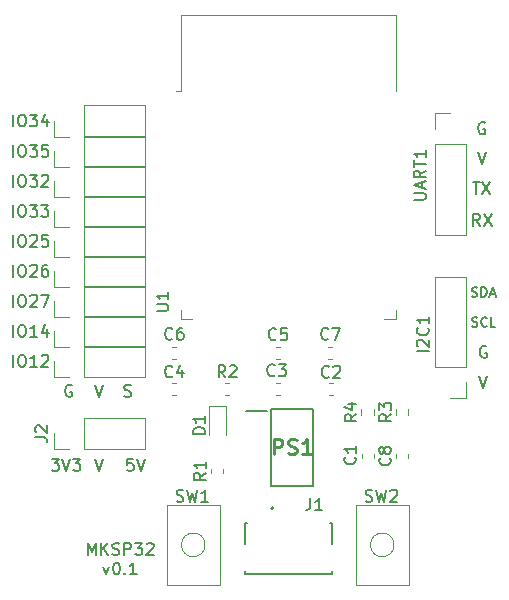
<source format=gbr>
G04 #@! TF.GenerationSoftware,KiCad,Pcbnew,(5.1.5)-3*
G04 #@! TF.CreationDate,2021-09-06T10:27:39+09:00*
G04 #@! TF.ProjectId,MKSP32_v2,4d4b5350-3332-45f7-9632-2e6b69636164,rev?*
G04 #@! TF.SameCoordinates,Original*
G04 #@! TF.FileFunction,Legend,Top*
G04 #@! TF.FilePolarity,Positive*
%FSLAX46Y46*%
G04 Gerber Fmt 4.6, Leading zero omitted, Abs format (unit mm)*
G04 Created by KiCad (PCBNEW (5.1.5)-3) date 2021-09-06 10:27:39*
%MOMM*%
%LPD*%
G04 APERTURE LIST*
%ADD10C,0.150000*%
%ADD11C,0.200000*%
%ADD12C,0.127000*%
%ADD13C,0.120000*%
%ADD14C,0.254000*%
G04 APERTURE END LIST*
D10*
X83664666Y-71727380D02*
X83998000Y-72727380D01*
X84331333Y-71727380D01*
X115538571Y-57943809D02*
X115652857Y-57981904D01*
X115843333Y-57981904D01*
X115919523Y-57943809D01*
X115957619Y-57905714D01*
X115995714Y-57829523D01*
X115995714Y-57753333D01*
X115957619Y-57677142D01*
X115919523Y-57639047D01*
X115843333Y-57600952D01*
X115690952Y-57562857D01*
X115614761Y-57524761D01*
X115576666Y-57486666D01*
X115538571Y-57410476D01*
X115538571Y-57334285D01*
X115576666Y-57258095D01*
X115614761Y-57220000D01*
X115690952Y-57181904D01*
X115881428Y-57181904D01*
X115995714Y-57220000D01*
X116338571Y-57981904D02*
X116338571Y-57181904D01*
X116529047Y-57181904D01*
X116643333Y-57220000D01*
X116719523Y-57296190D01*
X116757619Y-57372380D01*
X116795714Y-57524761D01*
X116795714Y-57639047D01*
X116757619Y-57791428D01*
X116719523Y-57867619D01*
X116643333Y-57943809D01*
X116529047Y-57981904D01*
X116338571Y-57981904D01*
X117100476Y-57753333D02*
X117481428Y-57753333D01*
X117024285Y-57981904D02*
X117290952Y-57181904D01*
X117557619Y-57981904D01*
X115557619Y-60483809D02*
X115671904Y-60521904D01*
X115862380Y-60521904D01*
X115938571Y-60483809D01*
X115976666Y-60445714D01*
X116014761Y-60369523D01*
X116014761Y-60293333D01*
X115976666Y-60217142D01*
X115938571Y-60179047D01*
X115862380Y-60140952D01*
X115710000Y-60102857D01*
X115633809Y-60064761D01*
X115595714Y-60026666D01*
X115557619Y-59950476D01*
X115557619Y-59874285D01*
X115595714Y-59798095D01*
X115633809Y-59760000D01*
X115710000Y-59721904D01*
X115900476Y-59721904D01*
X116014761Y-59760000D01*
X116814761Y-60445714D02*
X116776666Y-60483809D01*
X116662380Y-60521904D01*
X116586190Y-60521904D01*
X116471904Y-60483809D01*
X116395714Y-60407619D01*
X116357619Y-60331428D01*
X116319523Y-60179047D01*
X116319523Y-60064761D01*
X116357619Y-59912380D01*
X116395714Y-59836190D01*
X116471904Y-59760000D01*
X116586190Y-59721904D01*
X116662380Y-59721904D01*
X116776666Y-59760000D01*
X116814761Y-59798095D01*
X117538571Y-60521904D02*
X117157619Y-60521904D01*
X117157619Y-59721904D01*
X116771904Y-62200000D02*
X116676666Y-62152380D01*
X116533809Y-62152380D01*
X116390952Y-62200000D01*
X116295714Y-62295238D01*
X116248095Y-62390476D01*
X116200476Y-62580952D01*
X116200476Y-62723809D01*
X116248095Y-62914285D01*
X116295714Y-63009523D01*
X116390952Y-63104761D01*
X116533809Y-63152380D01*
X116629047Y-63152380D01*
X116771904Y-63104761D01*
X116819523Y-63057142D01*
X116819523Y-62723809D01*
X116629047Y-62723809D01*
X116176666Y-64692380D02*
X116510000Y-65692380D01*
X116843333Y-64692380D01*
X83014095Y-79853380D02*
X83014095Y-78853380D01*
X83347428Y-79567666D01*
X83680761Y-78853380D01*
X83680761Y-79853380D01*
X84156952Y-79853380D02*
X84156952Y-78853380D01*
X84728380Y-79853380D02*
X84299809Y-79281952D01*
X84728380Y-78853380D02*
X84156952Y-79424809D01*
X85109333Y-79805761D02*
X85252190Y-79853380D01*
X85490285Y-79853380D01*
X85585523Y-79805761D01*
X85633142Y-79758142D01*
X85680761Y-79662904D01*
X85680761Y-79567666D01*
X85633142Y-79472428D01*
X85585523Y-79424809D01*
X85490285Y-79377190D01*
X85299809Y-79329571D01*
X85204571Y-79281952D01*
X85156952Y-79234333D01*
X85109333Y-79139095D01*
X85109333Y-79043857D01*
X85156952Y-78948619D01*
X85204571Y-78901000D01*
X85299809Y-78853380D01*
X85537904Y-78853380D01*
X85680761Y-78901000D01*
X86109333Y-79853380D02*
X86109333Y-78853380D01*
X86490285Y-78853380D01*
X86585523Y-78901000D01*
X86633142Y-78948619D01*
X86680761Y-79043857D01*
X86680761Y-79186714D01*
X86633142Y-79281952D01*
X86585523Y-79329571D01*
X86490285Y-79377190D01*
X86109333Y-79377190D01*
X87014095Y-78853380D02*
X87633142Y-78853380D01*
X87299809Y-79234333D01*
X87442666Y-79234333D01*
X87537904Y-79281952D01*
X87585523Y-79329571D01*
X87633142Y-79424809D01*
X87633142Y-79662904D01*
X87585523Y-79758142D01*
X87537904Y-79805761D01*
X87442666Y-79853380D01*
X87156952Y-79853380D01*
X87061714Y-79805761D01*
X87014095Y-79758142D01*
X88014095Y-78948619D02*
X88061714Y-78901000D01*
X88156952Y-78853380D01*
X88395047Y-78853380D01*
X88490285Y-78901000D01*
X88537904Y-78948619D01*
X88585523Y-79043857D01*
X88585523Y-79139095D01*
X88537904Y-79281952D01*
X87966476Y-79853380D01*
X88585523Y-79853380D01*
X84347428Y-80836714D02*
X84585523Y-81503380D01*
X84823619Y-80836714D01*
X85395047Y-80503380D02*
X85490285Y-80503380D01*
X85585523Y-80551000D01*
X85633142Y-80598619D01*
X85680761Y-80693857D01*
X85728380Y-80884333D01*
X85728380Y-81122428D01*
X85680761Y-81312904D01*
X85633142Y-81408142D01*
X85585523Y-81455761D01*
X85490285Y-81503380D01*
X85395047Y-81503380D01*
X85299809Y-81455761D01*
X85252190Y-81408142D01*
X85204571Y-81312904D01*
X85156952Y-81122428D01*
X85156952Y-80884333D01*
X85204571Y-80693857D01*
X85252190Y-80598619D01*
X85299809Y-80551000D01*
X85395047Y-80503380D01*
X86156952Y-81408142D02*
X86204571Y-81455761D01*
X86156952Y-81503380D01*
X86109333Y-81455761D01*
X86156952Y-81408142D01*
X86156952Y-81503380D01*
X87156952Y-81503380D02*
X86585523Y-81503380D01*
X86871238Y-81503380D02*
X86871238Y-80503380D01*
X86776000Y-80646238D01*
X86680761Y-80741476D01*
X86585523Y-80789095D01*
X86114285Y-66404761D02*
X86257142Y-66452380D01*
X86495238Y-66452380D01*
X86590476Y-66404761D01*
X86638095Y-66357142D01*
X86685714Y-66261904D01*
X86685714Y-66166666D01*
X86638095Y-66071428D01*
X86590476Y-66023809D01*
X86495238Y-65976190D01*
X86304761Y-65928571D01*
X86209523Y-65880952D01*
X86161904Y-65833333D01*
X86114285Y-65738095D01*
X86114285Y-65642857D01*
X86161904Y-65547619D01*
X86209523Y-65500000D01*
X86304761Y-65452380D01*
X86542857Y-65452380D01*
X86685714Y-65500000D01*
X83666666Y-65452380D02*
X84000000Y-66452380D01*
X84333333Y-65452380D01*
X81661904Y-65500000D02*
X81566666Y-65452380D01*
X81423809Y-65452380D01*
X81280952Y-65500000D01*
X81185714Y-65595238D01*
X81138095Y-65690476D01*
X81090476Y-65880952D01*
X81090476Y-66023809D01*
X81138095Y-66214285D01*
X81185714Y-66309523D01*
X81280952Y-66404761D01*
X81423809Y-66452380D01*
X81519047Y-66452380D01*
X81661904Y-66404761D01*
X81709523Y-66357142D01*
X81709523Y-66023809D01*
X81519047Y-66023809D01*
X115621095Y-48309380D02*
X116192523Y-48309380D01*
X115906809Y-49309380D02*
X115906809Y-48309380D01*
X116430619Y-48309380D02*
X117097285Y-49309380D01*
X117097285Y-48309380D02*
X116430619Y-49309380D01*
X116216333Y-51976380D02*
X115883000Y-51500190D01*
X115644904Y-51976380D02*
X115644904Y-50976380D01*
X116025857Y-50976380D01*
X116121095Y-51024000D01*
X116168714Y-51071619D01*
X116216333Y-51166857D01*
X116216333Y-51309714D01*
X116168714Y-51404952D01*
X116121095Y-51452571D01*
X116025857Y-51500190D01*
X115644904Y-51500190D01*
X116549666Y-50976380D02*
X117216333Y-51976380D01*
X117216333Y-50976380D02*
X116549666Y-51976380D01*
X116049666Y-45769380D02*
X116383000Y-46769380D01*
X116716333Y-45769380D01*
X116644904Y-43277000D02*
X116549666Y-43229380D01*
X116406809Y-43229380D01*
X116263952Y-43277000D01*
X116168714Y-43372238D01*
X116121095Y-43467476D01*
X116073476Y-43657952D01*
X116073476Y-43800809D01*
X116121095Y-43991285D01*
X116168714Y-44086523D01*
X116263952Y-44181761D01*
X116406809Y-44229380D01*
X116502047Y-44229380D01*
X116644904Y-44181761D01*
X116692523Y-44134142D01*
X116692523Y-43800809D01*
X116502047Y-43800809D01*
X86855523Y-71727380D02*
X86379333Y-71727380D01*
X86331714Y-72203571D01*
X86379333Y-72155952D01*
X86474571Y-72108333D01*
X86712666Y-72108333D01*
X86807904Y-72155952D01*
X86855523Y-72203571D01*
X86903142Y-72298809D01*
X86903142Y-72536904D01*
X86855523Y-72632142D01*
X86807904Y-72679761D01*
X86712666Y-72727380D01*
X86474571Y-72727380D01*
X86379333Y-72679761D01*
X86331714Y-72632142D01*
X87188857Y-71727380D02*
X87522190Y-72727380D01*
X87855523Y-71727380D01*
X79965904Y-71727380D02*
X80584952Y-71727380D01*
X80251619Y-72108333D01*
X80394476Y-72108333D01*
X80489714Y-72155952D01*
X80537333Y-72203571D01*
X80584952Y-72298809D01*
X80584952Y-72536904D01*
X80537333Y-72632142D01*
X80489714Y-72679761D01*
X80394476Y-72727380D01*
X80108761Y-72727380D01*
X80013523Y-72679761D01*
X79965904Y-72632142D01*
X80870666Y-71727380D02*
X81204000Y-72727380D01*
X81537333Y-71727380D01*
X81775428Y-71727380D02*
X82394476Y-71727380D01*
X82061142Y-72108333D01*
X82204000Y-72108333D01*
X82299238Y-72155952D01*
X82346857Y-72203571D01*
X82394476Y-72298809D01*
X82394476Y-72536904D01*
X82346857Y-72632142D01*
X82299238Y-72679761D01*
X82204000Y-72727380D01*
X81918285Y-72727380D01*
X81823047Y-72679761D01*
X81775428Y-72632142D01*
D11*
X98750000Y-75900000D02*
G75*
G03X98750000Y-75900000I-100000J0D01*
G01*
D12*
X96300000Y-81450000D02*
X103700000Y-81450000D01*
X103700000Y-81180000D02*
X103700000Y-81450000D01*
X96300000Y-81450000D02*
X96300000Y-81180000D01*
X103700000Y-77150000D02*
X103520000Y-77150000D01*
X96300000Y-77150000D02*
X96480000Y-77150000D01*
X103700000Y-77150000D02*
X103700000Y-78905000D01*
X96300000Y-77150000D02*
X96300000Y-78905000D01*
D13*
X115046000Y-56290000D02*
X112386000Y-56290000D01*
X115046000Y-63970000D02*
X115046000Y-56290000D01*
X112386000Y-63970000D02*
X112386000Y-56290000D01*
X115046000Y-63970000D02*
X112386000Y-63970000D01*
X115046000Y-65240000D02*
X115046000Y-66570000D01*
X115046000Y-66570000D02*
X113716000Y-66570000D01*
D11*
X96410000Y-67639000D02*
X98210000Y-67639000D01*
X98560000Y-73989000D02*
X98560000Y-67489000D01*
X102060000Y-73989000D02*
X98560000Y-73989000D01*
X102060000Y-67489000D02*
X102060000Y-73989000D01*
X98560000Y-67489000D02*
X102060000Y-67489000D01*
D13*
X112386000Y-42447000D02*
X113716000Y-42447000D01*
X112386000Y-43777000D02*
X112386000Y-42447000D01*
X112386000Y-45047000D02*
X115046000Y-45047000D01*
X115046000Y-45047000D02*
X115046000Y-52727000D01*
X112386000Y-45047000D02*
X112386000Y-52727000D01*
X112386000Y-52727000D02*
X115046000Y-52727000D01*
X80128000Y-47012000D02*
X80128000Y-45682000D01*
X81458000Y-47012000D02*
X80128000Y-47012000D01*
X82728000Y-47012000D02*
X82728000Y-44352000D01*
X82728000Y-44352000D02*
X87868000Y-44352000D01*
X82728000Y-47012000D02*
X87868000Y-47012000D01*
X87868000Y-47012000D02*
X87868000Y-44352000D01*
X80130000Y-44450001D02*
X80130000Y-43120001D01*
X81460000Y-44450001D02*
X80130000Y-44450001D01*
X82730000Y-44450001D02*
X82730000Y-41790001D01*
X82730000Y-41790001D02*
X87870000Y-41790001D01*
X82730000Y-44450001D02*
X87870000Y-44450001D01*
X87870000Y-44450001D02*
X87870000Y-41790001D01*
X80128000Y-52092000D02*
X80128000Y-50762000D01*
X81458000Y-52092000D02*
X80128000Y-52092000D01*
X82728000Y-52092000D02*
X82728000Y-49432000D01*
X82728000Y-49432000D02*
X87868000Y-49432000D01*
X82728000Y-52092000D02*
X87868000Y-52092000D01*
X87868000Y-52092000D02*
X87868000Y-49432000D01*
X80130000Y-49552000D02*
X80130000Y-48222000D01*
X81460000Y-49552000D02*
X80130000Y-49552000D01*
X82730000Y-49552000D02*
X82730000Y-46892000D01*
X82730000Y-46892000D02*
X87870000Y-46892000D01*
X82730000Y-49552000D02*
X87870000Y-49552000D01*
X87870000Y-49552000D02*
X87870000Y-46892000D01*
X80128000Y-59712000D02*
X80128000Y-58382000D01*
X81458000Y-59712000D02*
X80128000Y-59712000D01*
X82728000Y-59712000D02*
X82728000Y-57052000D01*
X82728000Y-57052000D02*
X87868000Y-57052000D01*
X82728000Y-59712000D02*
X87868000Y-59712000D01*
X87868000Y-59712000D02*
X87868000Y-57052000D01*
X80128000Y-57172000D02*
X80128000Y-55842000D01*
X81458000Y-57172000D02*
X80128000Y-57172000D01*
X82728000Y-57172000D02*
X82728000Y-54512000D01*
X82728000Y-54512000D02*
X87868000Y-54512000D01*
X82728000Y-57172000D02*
X87868000Y-57172000D01*
X87868000Y-57172000D02*
X87868000Y-54512000D01*
X80130000Y-54632000D02*
X80130000Y-53302000D01*
X81460000Y-54632000D02*
X80130000Y-54632000D01*
X82730000Y-54632000D02*
X82730000Y-51972000D01*
X82730000Y-51972000D02*
X87870000Y-51972000D01*
X82730000Y-54632000D02*
X87870000Y-54632000D01*
X87870000Y-54632000D02*
X87870000Y-51972000D01*
X80128000Y-62252000D02*
X80128000Y-60922000D01*
X81458000Y-62252000D02*
X80128000Y-62252000D01*
X82728000Y-62252000D02*
X82728000Y-59592000D01*
X82728000Y-59592000D02*
X87868000Y-59592000D01*
X82728000Y-62252000D02*
X87868000Y-62252000D01*
X87868000Y-62252000D02*
X87868000Y-59592000D01*
X80128000Y-64792000D02*
X80128000Y-63462000D01*
X81458000Y-64792000D02*
X80128000Y-64792000D01*
X82728000Y-64792000D02*
X82728000Y-62132000D01*
X82728000Y-62132000D02*
X87868000Y-62132000D01*
X82728000Y-64792000D02*
X87868000Y-64792000D01*
X87868000Y-64792000D02*
X87868000Y-62132000D01*
X90880000Y-59100000D02*
X90880000Y-59880000D01*
X90880000Y-59880000D02*
X91880000Y-59880000D01*
X109120000Y-59100000D02*
X109120000Y-59880000D01*
X109120000Y-59880000D02*
X108120000Y-59880000D01*
X90880000Y-34135000D02*
X109120000Y-34135000D01*
X109120000Y-34135000D02*
X109120000Y-40555000D01*
X90880000Y-34135000D02*
X90880000Y-40555000D01*
X90880000Y-40555000D02*
X90500000Y-40555000D01*
X80128000Y-70888000D02*
X80128000Y-69558000D01*
X81458000Y-70888000D02*
X80128000Y-70888000D01*
X82728000Y-70888000D02*
X82728000Y-68228000D01*
X82728000Y-68228000D02*
X87868000Y-68228000D01*
X82728000Y-70888000D02*
X87868000Y-70888000D01*
X87868000Y-70888000D02*
X87868000Y-68228000D01*
X106185500Y-68015724D02*
X106185500Y-67506276D01*
X107230500Y-68015724D02*
X107230500Y-67506276D01*
X110174500Y-67506276D02*
X110174500Y-68015724D01*
X109129500Y-67506276D02*
X109129500Y-68015724D01*
X109142000Y-71629267D02*
X109142000Y-71336733D01*
X110162000Y-71629267D02*
X110162000Y-71336733D01*
X106198000Y-71654267D02*
X106198000Y-71311733D01*
X107218000Y-71654267D02*
X107218000Y-71311733D01*
X103771267Y-65290000D02*
X103428733Y-65290000D01*
X103771267Y-66310000D02*
X103428733Y-66310000D01*
X99296267Y-66292000D02*
X98953733Y-66292000D01*
X99296267Y-65272000D02*
X98953733Y-65272000D01*
X90176733Y-65290000D02*
X90519267Y-65290000D01*
X90176733Y-66310000D02*
X90519267Y-66310000D01*
X99296267Y-62224000D02*
X98953733Y-62224000D01*
X99296267Y-63244000D02*
X98953733Y-63244000D01*
X90176733Y-63244000D02*
X90519267Y-63244000D01*
X90176733Y-62224000D02*
X90519267Y-62224000D01*
X103727267Y-63244000D02*
X103384733Y-63244000D01*
X103727267Y-62224000D02*
X103384733Y-62224000D01*
X94743000Y-69671500D02*
X94743000Y-67211500D01*
X94743000Y-67211500D02*
X93273000Y-67211500D01*
X93273000Y-67211500D02*
X93273000Y-69671500D01*
X93458000Y-72907517D02*
X93458000Y-72564983D01*
X94478000Y-72907517D02*
X94478000Y-72564983D01*
X94663733Y-66292000D02*
X95006267Y-66292000D01*
X94663733Y-65272000D02*
X95006267Y-65272000D01*
X89700000Y-82400000D02*
X94200000Y-82400000D01*
X94200000Y-82400000D02*
X94200000Y-75600000D01*
X94200000Y-75600000D02*
X89700000Y-75600000D01*
X89700000Y-75600000D02*
X89700000Y-82400000D01*
X92950000Y-79000000D02*
G75*
G03X92950000Y-79000000I-1000000J0D01*
G01*
X108950000Y-79000000D02*
G75*
G03X108950000Y-79000000I-1000000J0D01*
G01*
X105700000Y-75600000D02*
X105700000Y-82400000D01*
X110200000Y-75600000D02*
X105700000Y-75600000D01*
X110200000Y-82400000D02*
X110200000Y-75600000D01*
X105700000Y-82400000D02*
X110200000Y-82400000D01*
D10*
X101866349Y-75051859D02*
X101866349Y-75766825D01*
X101818684Y-75909818D01*
X101723355Y-76005147D01*
X101580362Y-76052812D01*
X101485033Y-76052812D01*
X102867302Y-76052812D02*
X102295328Y-76052812D01*
X102581315Y-76052812D02*
X102581315Y-75051859D01*
X102485986Y-75194852D01*
X102390657Y-75290181D01*
X102295328Y-75337845D01*
X111882380Y-62628380D02*
X110882380Y-62628380D01*
X110977619Y-62199809D02*
X110930000Y-62152190D01*
X110882380Y-62056952D01*
X110882380Y-61818857D01*
X110930000Y-61723619D01*
X110977619Y-61676000D01*
X111072857Y-61628380D01*
X111168095Y-61628380D01*
X111310952Y-61676000D01*
X111882380Y-62247428D01*
X111882380Y-61628380D01*
X111787142Y-60628380D02*
X111834761Y-60676000D01*
X111882380Y-60818857D01*
X111882380Y-60914095D01*
X111834761Y-61056952D01*
X111739523Y-61152190D01*
X111644285Y-61199809D01*
X111453809Y-61247428D01*
X111310952Y-61247428D01*
X111120476Y-61199809D01*
X111025238Y-61152190D01*
X110930000Y-61056952D01*
X110882380Y-60914095D01*
X110882380Y-60818857D01*
X110930000Y-60676000D01*
X110977619Y-60628380D01*
X111882380Y-59676000D02*
X111882380Y-60247428D01*
X111882380Y-59961714D02*
X110882380Y-59961714D01*
X111025238Y-60056952D01*
X111120476Y-60152190D01*
X111168095Y-60247428D01*
D14*
X98767857Y-71313523D02*
X98767857Y-70043523D01*
X99251666Y-70043523D01*
X99372619Y-70104000D01*
X99433095Y-70164476D01*
X99493571Y-70285428D01*
X99493571Y-70466857D01*
X99433095Y-70587809D01*
X99372619Y-70648285D01*
X99251666Y-70708761D01*
X98767857Y-70708761D01*
X99977380Y-71253047D02*
X100158809Y-71313523D01*
X100461190Y-71313523D01*
X100582142Y-71253047D01*
X100642619Y-71192571D01*
X100703095Y-71071619D01*
X100703095Y-70950666D01*
X100642619Y-70829714D01*
X100582142Y-70769238D01*
X100461190Y-70708761D01*
X100219285Y-70648285D01*
X100098333Y-70587809D01*
X100037857Y-70527333D01*
X99977380Y-70406380D01*
X99977380Y-70285428D01*
X100037857Y-70164476D01*
X100098333Y-70104000D01*
X100219285Y-70043523D01*
X100521666Y-70043523D01*
X100703095Y-70104000D01*
X101912619Y-71313523D02*
X101186904Y-71313523D01*
X101549761Y-71313523D02*
X101549761Y-70043523D01*
X101428809Y-70224952D01*
X101307857Y-70345904D01*
X101186904Y-70406380D01*
D10*
X110628380Y-49785428D02*
X111437904Y-49785428D01*
X111533142Y-49737809D01*
X111580761Y-49690190D01*
X111628380Y-49594952D01*
X111628380Y-49404476D01*
X111580761Y-49309238D01*
X111533142Y-49261619D01*
X111437904Y-49214000D01*
X110628380Y-49214000D01*
X111342666Y-48785428D02*
X111342666Y-48309238D01*
X111628380Y-48880666D02*
X110628380Y-48547333D01*
X111628380Y-48214000D01*
X111628380Y-47309238D02*
X111152190Y-47642571D01*
X111628380Y-47880666D02*
X110628380Y-47880666D01*
X110628380Y-47499714D01*
X110676000Y-47404476D01*
X110723619Y-47356857D01*
X110818857Y-47309238D01*
X110961714Y-47309238D01*
X111056952Y-47356857D01*
X111104571Y-47404476D01*
X111152190Y-47499714D01*
X111152190Y-47880666D01*
X110628380Y-47023523D02*
X110628380Y-46452095D01*
X111628380Y-46737809D02*
X110628380Y-46737809D01*
X111628380Y-45594952D02*
X111628380Y-46166380D01*
X111628380Y-45880666D02*
X110628380Y-45880666D01*
X110771238Y-45975904D01*
X110866476Y-46071142D01*
X110914095Y-46166380D01*
X76689809Y-46134380D02*
X76689809Y-45134380D01*
X77356476Y-45134380D02*
X77546952Y-45134380D01*
X77642190Y-45182000D01*
X77737428Y-45277238D01*
X77785047Y-45467714D01*
X77785047Y-45801047D01*
X77737428Y-45991523D01*
X77642190Y-46086761D01*
X77546952Y-46134380D01*
X77356476Y-46134380D01*
X77261238Y-46086761D01*
X77166000Y-45991523D01*
X77118380Y-45801047D01*
X77118380Y-45467714D01*
X77166000Y-45277238D01*
X77261238Y-45182000D01*
X77356476Y-45134380D01*
X78118380Y-45134380D02*
X78737428Y-45134380D01*
X78404095Y-45515333D01*
X78546952Y-45515333D01*
X78642190Y-45562952D01*
X78689809Y-45610571D01*
X78737428Y-45705809D01*
X78737428Y-45943904D01*
X78689809Y-46039142D01*
X78642190Y-46086761D01*
X78546952Y-46134380D01*
X78261238Y-46134380D01*
X78166000Y-46086761D01*
X78118380Y-46039142D01*
X79642190Y-45134380D02*
X79166000Y-45134380D01*
X79118380Y-45610571D01*
X79166000Y-45562952D01*
X79261238Y-45515333D01*
X79499333Y-45515333D01*
X79594571Y-45562952D01*
X79642190Y-45610571D01*
X79689809Y-45705809D01*
X79689809Y-45943904D01*
X79642190Y-46039142D01*
X79594571Y-46086761D01*
X79499333Y-46134380D01*
X79261238Y-46134380D01*
X79166000Y-46086761D01*
X79118380Y-46039142D01*
X76691809Y-43572381D02*
X76691809Y-42572381D01*
X77358476Y-42572381D02*
X77548952Y-42572381D01*
X77644190Y-42620001D01*
X77739428Y-42715239D01*
X77787047Y-42905715D01*
X77787047Y-43239048D01*
X77739428Y-43429524D01*
X77644190Y-43524762D01*
X77548952Y-43572381D01*
X77358476Y-43572381D01*
X77263238Y-43524762D01*
X77168000Y-43429524D01*
X77120380Y-43239048D01*
X77120380Y-42905715D01*
X77168000Y-42715239D01*
X77263238Y-42620001D01*
X77358476Y-42572381D01*
X78120380Y-42572381D02*
X78739428Y-42572381D01*
X78406095Y-42953334D01*
X78548952Y-42953334D01*
X78644190Y-43000953D01*
X78691809Y-43048572D01*
X78739428Y-43143810D01*
X78739428Y-43381905D01*
X78691809Y-43477143D01*
X78644190Y-43524762D01*
X78548952Y-43572381D01*
X78263238Y-43572381D01*
X78168000Y-43524762D01*
X78120380Y-43477143D01*
X79596571Y-42905715D02*
X79596571Y-43572381D01*
X79358476Y-42524762D02*
X79120380Y-43239048D01*
X79739428Y-43239048D01*
X76689809Y-51214380D02*
X76689809Y-50214380D01*
X77356476Y-50214380D02*
X77546952Y-50214380D01*
X77642190Y-50262000D01*
X77737428Y-50357238D01*
X77785047Y-50547714D01*
X77785047Y-50881047D01*
X77737428Y-51071523D01*
X77642190Y-51166761D01*
X77546952Y-51214380D01*
X77356476Y-51214380D01*
X77261238Y-51166761D01*
X77166000Y-51071523D01*
X77118380Y-50881047D01*
X77118380Y-50547714D01*
X77166000Y-50357238D01*
X77261238Y-50262000D01*
X77356476Y-50214380D01*
X78118380Y-50214380D02*
X78737428Y-50214380D01*
X78404095Y-50595333D01*
X78546952Y-50595333D01*
X78642190Y-50642952D01*
X78689809Y-50690571D01*
X78737428Y-50785809D01*
X78737428Y-51023904D01*
X78689809Y-51119142D01*
X78642190Y-51166761D01*
X78546952Y-51214380D01*
X78261238Y-51214380D01*
X78166000Y-51166761D01*
X78118380Y-51119142D01*
X79070761Y-50214380D02*
X79689809Y-50214380D01*
X79356476Y-50595333D01*
X79499333Y-50595333D01*
X79594571Y-50642952D01*
X79642190Y-50690571D01*
X79689809Y-50785809D01*
X79689809Y-51023904D01*
X79642190Y-51119142D01*
X79594571Y-51166761D01*
X79499333Y-51214380D01*
X79213619Y-51214380D01*
X79118380Y-51166761D01*
X79070761Y-51119142D01*
X76691809Y-48674380D02*
X76691809Y-47674380D01*
X77358476Y-47674380D02*
X77548952Y-47674380D01*
X77644190Y-47722000D01*
X77739428Y-47817238D01*
X77787047Y-48007714D01*
X77787047Y-48341047D01*
X77739428Y-48531523D01*
X77644190Y-48626761D01*
X77548952Y-48674380D01*
X77358476Y-48674380D01*
X77263238Y-48626761D01*
X77168000Y-48531523D01*
X77120380Y-48341047D01*
X77120380Y-48007714D01*
X77168000Y-47817238D01*
X77263238Y-47722000D01*
X77358476Y-47674380D01*
X78120380Y-47674380D02*
X78739428Y-47674380D01*
X78406095Y-48055333D01*
X78548952Y-48055333D01*
X78644190Y-48102952D01*
X78691809Y-48150571D01*
X78739428Y-48245809D01*
X78739428Y-48483904D01*
X78691809Y-48579142D01*
X78644190Y-48626761D01*
X78548952Y-48674380D01*
X78263238Y-48674380D01*
X78168000Y-48626761D01*
X78120380Y-48579142D01*
X79120380Y-47769619D02*
X79168000Y-47722000D01*
X79263238Y-47674380D01*
X79501333Y-47674380D01*
X79596571Y-47722000D01*
X79644190Y-47769619D01*
X79691809Y-47864857D01*
X79691809Y-47960095D01*
X79644190Y-48102952D01*
X79072761Y-48674380D01*
X79691809Y-48674380D01*
X76689809Y-58834380D02*
X76689809Y-57834380D01*
X77356476Y-57834380D02*
X77546952Y-57834380D01*
X77642190Y-57882000D01*
X77737428Y-57977238D01*
X77785047Y-58167714D01*
X77785047Y-58501047D01*
X77737428Y-58691523D01*
X77642190Y-58786761D01*
X77546952Y-58834380D01*
X77356476Y-58834380D01*
X77261238Y-58786761D01*
X77166000Y-58691523D01*
X77118380Y-58501047D01*
X77118380Y-58167714D01*
X77166000Y-57977238D01*
X77261238Y-57882000D01*
X77356476Y-57834380D01*
X78166000Y-57929619D02*
X78213619Y-57882000D01*
X78308857Y-57834380D01*
X78546952Y-57834380D01*
X78642190Y-57882000D01*
X78689809Y-57929619D01*
X78737428Y-58024857D01*
X78737428Y-58120095D01*
X78689809Y-58262952D01*
X78118380Y-58834380D01*
X78737428Y-58834380D01*
X79070761Y-57834380D02*
X79737428Y-57834380D01*
X79308857Y-58834380D01*
X76689809Y-56294380D02*
X76689809Y-55294380D01*
X77356476Y-55294380D02*
X77546952Y-55294380D01*
X77642190Y-55342000D01*
X77737428Y-55437238D01*
X77785047Y-55627714D01*
X77785047Y-55961047D01*
X77737428Y-56151523D01*
X77642190Y-56246761D01*
X77546952Y-56294380D01*
X77356476Y-56294380D01*
X77261238Y-56246761D01*
X77166000Y-56151523D01*
X77118380Y-55961047D01*
X77118380Y-55627714D01*
X77166000Y-55437238D01*
X77261238Y-55342000D01*
X77356476Y-55294380D01*
X78166000Y-55389619D02*
X78213619Y-55342000D01*
X78308857Y-55294380D01*
X78546952Y-55294380D01*
X78642190Y-55342000D01*
X78689809Y-55389619D01*
X78737428Y-55484857D01*
X78737428Y-55580095D01*
X78689809Y-55722952D01*
X78118380Y-56294380D01*
X78737428Y-56294380D01*
X79594571Y-55294380D02*
X79404095Y-55294380D01*
X79308857Y-55342000D01*
X79261238Y-55389619D01*
X79166000Y-55532476D01*
X79118380Y-55722952D01*
X79118380Y-56103904D01*
X79166000Y-56199142D01*
X79213619Y-56246761D01*
X79308857Y-56294380D01*
X79499333Y-56294380D01*
X79594571Y-56246761D01*
X79642190Y-56199142D01*
X79689809Y-56103904D01*
X79689809Y-55865809D01*
X79642190Y-55770571D01*
X79594571Y-55722952D01*
X79499333Y-55675333D01*
X79308857Y-55675333D01*
X79213619Y-55722952D01*
X79166000Y-55770571D01*
X79118380Y-55865809D01*
X76691809Y-53754380D02*
X76691809Y-52754380D01*
X77358476Y-52754380D02*
X77548952Y-52754380D01*
X77644190Y-52802000D01*
X77739428Y-52897238D01*
X77787047Y-53087714D01*
X77787047Y-53421047D01*
X77739428Y-53611523D01*
X77644190Y-53706761D01*
X77548952Y-53754380D01*
X77358476Y-53754380D01*
X77263238Y-53706761D01*
X77168000Y-53611523D01*
X77120380Y-53421047D01*
X77120380Y-53087714D01*
X77168000Y-52897238D01*
X77263238Y-52802000D01*
X77358476Y-52754380D01*
X78168000Y-52849619D02*
X78215619Y-52802000D01*
X78310857Y-52754380D01*
X78548952Y-52754380D01*
X78644190Y-52802000D01*
X78691809Y-52849619D01*
X78739428Y-52944857D01*
X78739428Y-53040095D01*
X78691809Y-53182952D01*
X78120380Y-53754380D01*
X78739428Y-53754380D01*
X79644190Y-52754380D02*
X79168000Y-52754380D01*
X79120380Y-53230571D01*
X79168000Y-53182952D01*
X79263238Y-53135333D01*
X79501333Y-53135333D01*
X79596571Y-53182952D01*
X79644190Y-53230571D01*
X79691809Y-53325809D01*
X79691809Y-53563904D01*
X79644190Y-53659142D01*
X79596571Y-53706761D01*
X79501333Y-53754380D01*
X79263238Y-53754380D01*
X79168000Y-53706761D01*
X79120380Y-53659142D01*
X76689809Y-61374380D02*
X76689809Y-60374380D01*
X77356476Y-60374380D02*
X77546952Y-60374380D01*
X77642190Y-60422000D01*
X77737428Y-60517238D01*
X77785047Y-60707714D01*
X77785047Y-61041047D01*
X77737428Y-61231523D01*
X77642190Y-61326761D01*
X77546952Y-61374380D01*
X77356476Y-61374380D01*
X77261238Y-61326761D01*
X77166000Y-61231523D01*
X77118380Y-61041047D01*
X77118380Y-60707714D01*
X77166000Y-60517238D01*
X77261238Y-60422000D01*
X77356476Y-60374380D01*
X78737428Y-61374380D02*
X78166000Y-61374380D01*
X78451714Y-61374380D02*
X78451714Y-60374380D01*
X78356476Y-60517238D01*
X78261238Y-60612476D01*
X78166000Y-60660095D01*
X79594571Y-60707714D02*
X79594571Y-61374380D01*
X79356476Y-60326761D02*
X79118380Y-61041047D01*
X79737428Y-61041047D01*
X76689809Y-63914380D02*
X76689809Y-62914380D01*
X77356476Y-62914380D02*
X77546952Y-62914380D01*
X77642190Y-62962000D01*
X77737428Y-63057238D01*
X77785047Y-63247714D01*
X77785047Y-63581047D01*
X77737428Y-63771523D01*
X77642190Y-63866761D01*
X77546952Y-63914380D01*
X77356476Y-63914380D01*
X77261238Y-63866761D01*
X77166000Y-63771523D01*
X77118380Y-63581047D01*
X77118380Y-63247714D01*
X77166000Y-63057238D01*
X77261238Y-62962000D01*
X77356476Y-62914380D01*
X78737428Y-63914380D02*
X78166000Y-63914380D01*
X78451714Y-63914380D02*
X78451714Y-62914380D01*
X78356476Y-63057238D01*
X78261238Y-63152476D01*
X78166000Y-63200095D01*
X79118380Y-63009619D02*
X79166000Y-62962000D01*
X79261238Y-62914380D01*
X79499333Y-62914380D01*
X79594571Y-62962000D01*
X79642190Y-63009619D01*
X79689809Y-63104857D01*
X79689809Y-63200095D01*
X79642190Y-63342952D01*
X79070761Y-63914380D01*
X79689809Y-63914380D01*
X88842380Y-59191904D02*
X89651904Y-59191904D01*
X89747142Y-59144285D01*
X89794761Y-59096666D01*
X89842380Y-59001428D01*
X89842380Y-58810952D01*
X89794761Y-58715714D01*
X89747142Y-58668095D01*
X89651904Y-58620476D01*
X88842380Y-58620476D01*
X89842380Y-57620476D02*
X89842380Y-58191904D01*
X89842380Y-57906190D02*
X88842380Y-57906190D01*
X88985238Y-58001428D01*
X89080476Y-58096666D01*
X89128095Y-58191904D01*
X78580380Y-69891333D02*
X79294666Y-69891333D01*
X79437523Y-69938952D01*
X79532761Y-70034190D01*
X79580380Y-70177047D01*
X79580380Y-70272285D01*
X78675619Y-69462761D02*
X78628000Y-69415142D01*
X78580380Y-69319904D01*
X78580380Y-69081809D01*
X78628000Y-68986571D01*
X78675619Y-68938952D01*
X78770857Y-68891333D01*
X78866095Y-68891333D01*
X79008952Y-68938952D01*
X79580380Y-69510380D01*
X79580380Y-68891333D01*
X105760380Y-67927666D02*
X105284190Y-68261000D01*
X105760380Y-68499095D02*
X104760380Y-68499095D01*
X104760380Y-68118142D01*
X104808000Y-68022904D01*
X104855619Y-67975285D01*
X104950857Y-67927666D01*
X105093714Y-67927666D01*
X105188952Y-67975285D01*
X105236571Y-68022904D01*
X105284190Y-68118142D01*
X105284190Y-68499095D01*
X105093714Y-67070523D02*
X105760380Y-67070523D01*
X104712761Y-67308619D02*
X105427047Y-67546714D01*
X105427047Y-66927666D01*
X108704380Y-67927666D02*
X108228190Y-68261000D01*
X108704380Y-68499095D02*
X107704380Y-68499095D01*
X107704380Y-68118142D01*
X107752000Y-68022904D01*
X107799619Y-67975285D01*
X107894857Y-67927666D01*
X108037714Y-67927666D01*
X108132952Y-67975285D01*
X108180571Y-68022904D01*
X108228190Y-68118142D01*
X108228190Y-68499095D01*
X107704380Y-67594333D02*
X107704380Y-66975285D01*
X108085333Y-67308619D01*
X108085333Y-67165761D01*
X108132952Y-67070523D01*
X108180571Y-67022904D01*
X108275809Y-66975285D01*
X108513904Y-66975285D01*
X108609142Y-67022904D01*
X108656761Y-67070523D01*
X108704380Y-67165761D01*
X108704380Y-67451476D01*
X108656761Y-67546714D01*
X108609142Y-67594333D01*
X108579142Y-71649666D02*
X108626761Y-71697285D01*
X108674380Y-71840142D01*
X108674380Y-71935380D01*
X108626761Y-72078238D01*
X108531523Y-72173476D01*
X108436285Y-72221095D01*
X108245809Y-72268714D01*
X108102952Y-72268714D01*
X107912476Y-72221095D01*
X107817238Y-72173476D01*
X107722000Y-72078238D01*
X107674380Y-71935380D01*
X107674380Y-71840142D01*
X107722000Y-71697285D01*
X107769619Y-71649666D01*
X108102952Y-71078238D02*
X108055333Y-71173476D01*
X108007714Y-71221095D01*
X107912476Y-71268714D01*
X107864857Y-71268714D01*
X107769619Y-71221095D01*
X107722000Y-71173476D01*
X107674380Y-71078238D01*
X107674380Y-70887761D01*
X107722000Y-70792523D01*
X107769619Y-70744904D01*
X107864857Y-70697285D01*
X107912476Y-70697285D01*
X108007714Y-70744904D01*
X108055333Y-70792523D01*
X108102952Y-70887761D01*
X108102952Y-71078238D01*
X108150571Y-71173476D01*
X108198190Y-71221095D01*
X108293428Y-71268714D01*
X108483904Y-71268714D01*
X108579142Y-71221095D01*
X108626761Y-71173476D01*
X108674380Y-71078238D01*
X108674380Y-70887761D01*
X108626761Y-70792523D01*
X108579142Y-70744904D01*
X108483904Y-70697285D01*
X108293428Y-70697285D01*
X108198190Y-70744904D01*
X108150571Y-70792523D01*
X108102952Y-70887761D01*
X105635142Y-71566666D02*
X105682761Y-71614285D01*
X105730380Y-71757142D01*
X105730380Y-71852380D01*
X105682761Y-71995238D01*
X105587523Y-72090476D01*
X105492285Y-72138095D01*
X105301809Y-72185714D01*
X105158952Y-72185714D01*
X104968476Y-72138095D01*
X104873238Y-72090476D01*
X104778000Y-71995238D01*
X104730380Y-71852380D01*
X104730380Y-71757142D01*
X104778000Y-71614285D01*
X104825619Y-71566666D01*
X105730380Y-70614285D02*
X105730380Y-71185714D01*
X105730380Y-70900000D02*
X104730380Y-70900000D01*
X104873238Y-70995238D01*
X104968476Y-71090476D01*
X105016095Y-71185714D01*
X103433333Y-64757142D02*
X103385714Y-64804761D01*
X103242857Y-64852380D01*
X103147619Y-64852380D01*
X103004761Y-64804761D01*
X102909523Y-64709523D01*
X102861904Y-64614285D01*
X102814285Y-64423809D01*
X102814285Y-64280952D01*
X102861904Y-64090476D01*
X102909523Y-63995238D01*
X103004761Y-63900000D01*
X103147619Y-63852380D01*
X103242857Y-63852380D01*
X103385714Y-63900000D01*
X103433333Y-63947619D01*
X103814285Y-63947619D02*
X103861904Y-63900000D01*
X103957142Y-63852380D01*
X104195238Y-63852380D01*
X104290476Y-63900000D01*
X104338095Y-63947619D01*
X104385714Y-64042857D01*
X104385714Y-64138095D01*
X104338095Y-64280952D01*
X103766666Y-64852380D01*
X104385714Y-64852380D01*
X98845333Y-64615142D02*
X98797714Y-64662761D01*
X98654857Y-64710380D01*
X98559619Y-64710380D01*
X98416761Y-64662761D01*
X98321523Y-64567523D01*
X98273904Y-64472285D01*
X98226285Y-64281809D01*
X98226285Y-64138952D01*
X98273904Y-63948476D01*
X98321523Y-63853238D01*
X98416761Y-63758000D01*
X98559619Y-63710380D01*
X98654857Y-63710380D01*
X98797714Y-63758000D01*
X98845333Y-63805619D01*
X99178666Y-63710380D02*
X99797714Y-63710380D01*
X99464380Y-64091333D01*
X99607238Y-64091333D01*
X99702476Y-64138952D01*
X99750095Y-64186571D01*
X99797714Y-64281809D01*
X99797714Y-64519904D01*
X99750095Y-64615142D01*
X99702476Y-64662761D01*
X99607238Y-64710380D01*
X99321523Y-64710380D01*
X99226285Y-64662761D01*
X99178666Y-64615142D01*
X90181333Y-64727142D02*
X90133714Y-64774761D01*
X89990857Y-64822380D01*
X89895619Y-64822380D01*
X89752761Y-64774761D01*
X89657523Y-64679523D01*
X89609904Y-64584285D01*
X89562285Y-64393809D01*
X89562285Y-64250952D01*
X89609904Y-64060476D01*
X89657523Y-63965238D01*
X89752761Y-63870000D01*
X89895619Y-63822380D01*
X89990857Y-63822380D01*
X90133714Y-63870000D01*
X90181333Y-63917619D01*
X91038476Y-64155714D02*
X91038476Y-64822380D01*
X90800380Y-63774761D02*
X90562285Y-64489047D01*
X91181333Y-64489047D01*
X98958333Y-61567142D02*
X98910714Y-61614761D01*
X98767857Y-61662380D01*
X98672619Y-61662380D01*
X98529761Y-61614761D01*
X98434523Y-61519523D01*
X98386904Y-61424285D01*
X98339285Y-61233809D01*
X98339285Y-61090952D01*
X98386904Y-60900476D01*
X98434523Y-60805238D01*
X98529761Y-60710000D01*
X98672619Y-60662380D01*
X98767857Y-60662380D01*
X98910714Y-60710000D01*
X98958333Y-60757619D01*
X99863095Y-60662380D02*
X99386904Y-60662380D01*
X99339285Y-61138571D01*
X99386904Y-61090952D01*
X99482142Y-61043333D01*
X99720238Y-61043333D01*
X99815476Y-61090952D01*
X99863095Y-61138571D01*
X99910714Y-61233809D01*
X99910714Y-61471904D01*
X99863095Y-61567142D01*
X99815476Y-61614761D01*
X99720238Y-61662380D01*
X99482142Y-61662380D01*
X99386904Y-61614761D01*
X99339285Y-61567142D01*
X90181333Y-61533142D02*
X90133714Y-61580761D01*
X89990857Y-61628380D01*
X89895619Y-61628380D01*
X89752761Y-61580761D01*
X89657523Y-61485523D01*
X89609904Y-61390285D01*
X89562285Y-61199809D01*
X89562285Y-61056952D01*
X89609904Y-60866476D01*
X89657523Y-60771238D01*
X89752761Y-60676000D01*
X89895619Y-60628380D01*
X89990857Y-60628380D01*
X90133714Y-60676000D01*
X90181333Y-60723619D01*
X91038476Y-60628380D02*
X90848000Y-60628380D01*
X90752761Y-60676000D01*
X90705142Y-60723619D01*
X90609904Y-60866476D01*
X90562285Y-61056952D01*
X90562285Y-61437904D01*
X90609904Y-61533142D01*
X90657523Y-61580761D01*
X90752761Y-61628380D01*
X90943238Y-61628380D01*
X91038476Y-61580761D01*
X91086095Y-61533142D01*
X91133714Y-61437904D01*
X91133714Y-61199809D01*
X91086095Y-61104571D01*
X91038476Y-61056952D01*
X90943238Y-61009333D01*
X90752761Y-61009333D01*
X90657523Y-61056952D01*
X90609904Y-61104571D01*
X90562285Y-61199809D01*
X103389333Y-61533142D02*
X103341714Y-61580761D01*
X103198857Y-61628380D01*
X103103619Y-61628380D01*
X102960761Y-61580761D01*
X102865523Y-61485523D01*
X102817904Y-61390285D01*
X102770285Y-61199809D01*
X102770285Y-61056952D01*
X102817904Y-60866476D01*
X102865523Y-60771238D01*
X102960761Y-60676000D01*
X103103619Y-60628380D01*
X103198857Y-60628380D01*
X103341714Y-60676000D01*
X103389333Y-60723619D01*
X103722666Y-60628380D02*
X104389333Y-60628380D01*
X103960761Y-61628380D01*
X92936380Y-69609595D02*
X91936380Y-69609595D01*
X91936380Y-69371500D01*
X91984000Y-69228642D01*
X92079238Y-69133404D01*
X92174476Y-69085785D01*
X92364952Y-69038166D01*
X92507809Y-69038166D01*
X92698285Y-69085785D01*
X92793523Y-69133404D01*
X92888761Y-69228642D01*
X92936380Y-69371500D01*
X92936380Y-69609595D01*
X92936380Y-68085785D02*
X92936380Y-68657214D01*
X92936380Y-68371500D02*
X91936380Y-68371500D01*
X92079238Y-68466738D01*
X92174476Y-68561976D01*
X92222095Y-68657214D01*
X92990380Y-72902916D02*
X92514190Y-73236250D01*
X92990380Y-73474345D02*
X91990380Y-73474345D01*
X91990380Y-73093392D01*
X92038000Y-72998154D01*
X92085619Y-72950535D01*
X92180857Y-72902916D01*
X92323714Y-72902916D01*
X92418952Y-72950535D01*
X92466571Y-72998154D01*
X92514190Y-73093392D01*
X92514190Y-73474345D01*
X92990380Y-71950535D02*
X92990380Y-72521964D01*
X92990380Y-72236250D02*
X91990380Y-72236250D01*
X92133238Y-72331488D01*
X92228476Y-72426726D01*
X92276095Y-72521964D01*
X94668333Y-64804380D02*
X94335000Y-64328190D01*
X94096904Y-64804380D02*
X94096904Y-63804380D01*
X94477857Y-63804380D01*
X94573095Y-63852000D01*
X94620714Y-63899619D01*
X94668333Y-63994857D01*
X94668333Y-64137714D01*
X94620714Y-64232952D01*
X94573095Y-64280571D01*
X94477857Y-64328190D01*
X94096904Y-64328190D01*
X95049285Y-63899619D02*
X95096904Y-63852000D01*
X95192142Y-63804380D01*
X95430238Y-63804380D01*
X95525476Y-63852000D01*
X95573095Y-63899619D01*
X95620714Y-63994857D01*
X95620714Y-64090095D01*
X95573095Y-64232952D01*
X95001666Y-64804380D01*
X95620714Y-64804380D01*
X90538666Y-75296761D02*
X90681523Y-75344380D01*
X90919619Y-75344380D01*
X91014857Y-75296761D01*
X91062476Y-75249142D01*
X91110095Y-75153904D01*
X91110095Y-75058666D01*
X91062476Y-74963428D01*
X91014857Y-74915809D01*
X90919619Y-74868190D01*
X90729142Y-74820571D01*
X90633904Y-74772952D01*
X90586285Y-74725333D01*
X90538666Y-74630095D01*
X90538666Y-74534857D01*
X90586285Y-74439619D01*
X90633904Y-74392000D01*
X90729142Y-74344380D01*
X90967238Y-74344380D01*
X91110095Y-74392000D01*
X91443428Y-74344380D02*
X91681523Y-75344380D01*
X91872000Y-74630095D01*
X92062476Y-75344380D01*
X92300571Y-74344380D01*
X93205333Y-75344380D02*
X92633904Y-75344380D01*
X92919619Y-75344380D02*
X92919619Y-74344380D01*
X92824380Y-74487238D01*
X92729142Y-74582476D01*
X92633904Y-74630095D01*
X106540666Y-75296761D02*
X106683523Y-75344380D01*
X106921619Y-75344380D01*
X107016857Y-75296761D01*
X107064476Y-75249142D01*
X107112095Y-75153904D01*
X107112095Y-75058666D01*
X107064476Y-74963428D01*
X107016857Y-74915809D01*
X106921619Y-74868190D01*
X106731142Y-74820571D01*
X106635904Y-74772952D01*
X106588285Y-74725333D01*
X106540666Y-74630095D01*
X106540666Y-74534857D01*
X106588285Y-74439619D01*
X106635904Y-74392000D01*
X106731142Y-74344380D01*
X106969238Y-74344380D01*
X107112095Y-74392000D01*
X107445428Y-74344380D02*
X107683523Y-75344380D01*
X107874000Y-74630095D01*
X108064476Y-75344380D01*
X108302571Y-74344380D01*
X108635904Y-74439619D02*
X108683523Y-74392000D01*
X108778761Y-74344380D01*
X109016857Y-74344380D01*
X109112095Y-74392000D01*
X109159714Y-74439619D01*
X109207333Y-74534857D01*
X109207333Y-74630095D01*
X109159714Y-74772952D01*
X108588285Y-75344380D01*
X109207333Y-75344380D01*
M02*

</source>
